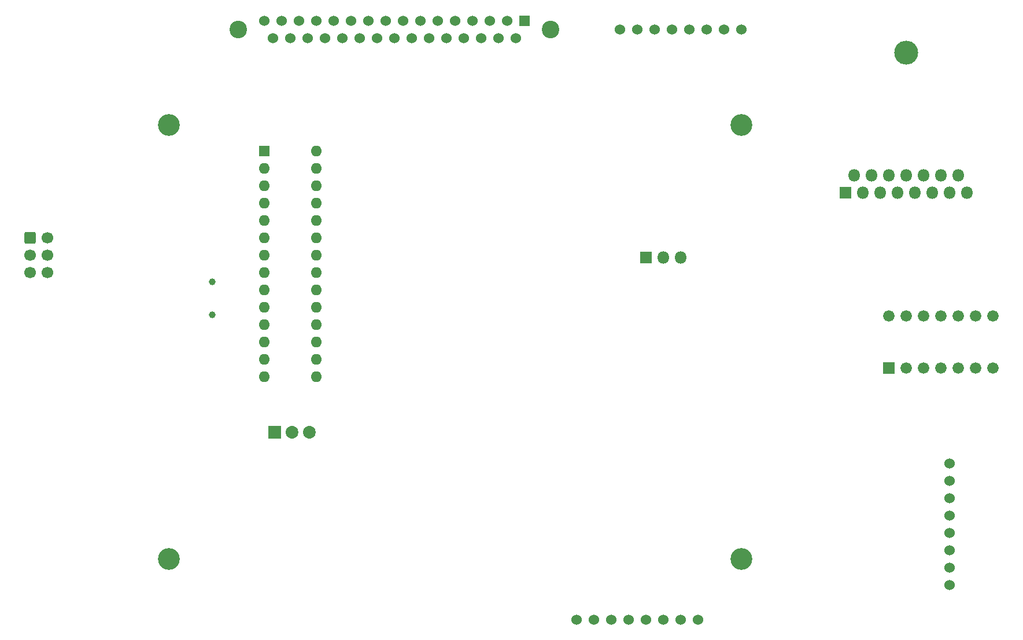
<source format=gbr>
%TF.GenerationSoftware,KiCad,Pcbnew,(6.0.7-1)-1*%
%TF.CreationDate,2022-10-11T17:33:31-05:00*%
%TF.ProjectId,PCB 2,50434220-322e-46b6-9963-61645f706362,rev?*%
%TF.SameCoordinates,Original*%
%TF.FileFunction,Soldermask,Bot*%
%TF.FilePolarity,Negative*%
%FSLAX46Y46*%
G04 Gerber Fmt 4.6, Leading zero omitted, Abs format (unit mm)*
G04 Created by KiCad (PCBNEW (6.0.7-1)-1) date 2022-10-11 17:33:31*
%MOMM*%
%LPD*%
G01*
G04 APERTURE LIST*
G04 Aperture macros list*
%AMRoundRect*
0 Rectangle with rounded corners*
0 $1 Rounding radius*
0 $2 $3 $4 $5 $6 $7 $8 $9 X,Y pos of 4 corners*
0 Add a 4 corners polygon primitive as box body*
4,1,4,$2,$3,$4,$5,$6,$7,$8,$9,$2,$3,0*
0 Add four circle primitives for the rounded corners*
1,1,$1+$1,$2,$3*
1,1,$1+$1,$4,$5*
1,1,$1+$1,$6,$7*
1,1,$1+$1,$8,$9*
0 Add four rect primitives between the rounded corners*
20,1,$1+$1,$2,$3,$4,$5,0*
20,1,$1+$1,$4,$5,$6,$7,0*
20,1,$1+$1,$6,$7,$8,$9,0*
20,1,$1+$1,$8,$9,$2,$3,0*%
G04 Aperture macros list end*
%ADD10C,1.007000*%
%ADD11C,1.860000*%
%ADD12R,1.860000X1.860000*%
%ADD13O,1.800000X1.800000*%
%ADD14R,1.800000X1.800000*%
%ADD15O,3.500000X3.500000*%
%ADD16C,1.676400*%
%ADD17R,1.676400X1.676400*%
%ADD18O,1.600000X1.600000*%
%ADD19R,1.600000X1.600000*%
%ADD20C,1.700000*%
%ADD21RoundRect,0.250000X-0.600000X-0.600000X0.600000X-0.600000X0.600000X0.600000X-0.600000X0.600000X0*%
%ADD22C,1.530000*%
%ADD23R,1.530000X1.530000*%
%ADD24C,2.570000*%
%ADD25C,3.200000*%
G04 APERTURE END LIST*
D10*
%TO.C,Y1*%
X69850000Y-62330000D03*
X69850000Y-67210000D03*
%TD*%
D11*
%TO.C,V1*%
X84072500Y-84368000D03*
X81532500Y-84368000D03*
D12*
X78992500Y-84368000D03*
%TD*%
D13*
%TO.C,U5*%
X180335000Y-49320000D03*
X179065000Y-46780000D03*
X177795000Y-49320000D03*
X176525000Y-46780000D03*
X175255000Y-49320000D03*
X173985000Y-46780000D03*
X172715000Y-49320000D03*
X171445000Y-46780000D03*
X170175000Y-49320000D03*
X168905000Y-46780000D03*
X167635000Y-49320000D03*
X166365000Y-46780000D03*
X165095000Y-49320000D03*
X163825000Y-46780000D03*
D14*
X162555000Y-49320000D03*
D15*
X171445000Y-28780000D03*
%TD*%
D16*
%TO.C,U4*%
X168910000Y-67310000D03*
X171450000Y-67310000D03*
X173990000Y-67310000D03*
X176530000Y-67310000D03*
X179070000Y-67310000D03*
X181610000Y-67310000D03*
X184150000Y-67310000D03*
X184150000Y-74930000D03*
X181610000Y-74930000D03*
X179070000Y-74930000D03*
X176530000Y-74930000D03*
X173990000Y-74930000D03*
X171450000Y-74930000D03*
D17*
X168910000Y-74930000D03*
%TD*%
D18*
%TO.C,U1*%
X85090000Y-43180000D03*
X85090000Y-45720000D03*
X85090000Y-48260000D03*
X85090000Y-50800000D03*
X85090000Y-53340000D03*
X85090000Y-55880000D03*
X85090000Y-58420000D03*
X85090000Y-60960000D03*
X85090000Y-63500000D03*
X85090000Y-66040000D03*
X85090000Y-68580000D03*
X85090000Y-71120000D03*
X85090000Y-73660000D03*
X85090000Y-76200000D03*
X77470000Y-76200000D03*
X77470000Y-73660000D03*
X77470000Y-71120000D03*
X77470000Y-68580000D03*
X77470000Y-66040000D03*
X77470000Y-63500000D03*
X77470000Y-60960000D03*
X77470000Y-58420000D03*
X77470000Y-55880000D03*
X77470000Y-53340000D03*
X77470000Y-50800000D03*
X77470000Y-48260000D03*
X77470000Y-45720000D03*
D19*
X77470000Y-43180000D03*
%TD*%
D13*
%TO.C,Q1*%
X138430000Y-58795000D03*
X135890000Y-58795000D03*
D14*
X133350000Y-58795000D03*
%TD*%
D20*
%TO.C,J4*%
X45720000Y-60960000D03*
X43180000Y-60960000D03*
X45720000Y-58420000D03*
X43180000Y-58420000D03*
X45720000Y-55880000D03*
D21*
X43180000Y-55880000D03*
%TD*%
D22*
%TO.C,J3*%
X140970000Y-111760000D03*
X138430000Y-111760000D03*
X135890000Y-111760000D03*
X133350000Y-111760000D03*
X130810000Y-111760000D03*
X128270000Y-111760000D03*
X125730000Y-111760000D03*
X123190000Y-111760000D03*
%TD*%
%TO.C,J2*%
X177800000Y-88900000D03*
X177800000Y-91440000D03*
X177800000Y-93980000D03*
X177800000Y-96520000D03*
X177800000Y-99060000D03*
X177800000Y-101600000D03*
X177800000Y-104140000D03*
X177800000Y-106680000D03*
%TD*%
%TO.C,J1*%
X147320000Y-25400000D03*
X144780000Y-25400000D03*
X142240000Y-25400000D03*
X139700000Y-25400000D03*
X137160000Y-25400000D03*
X134620000Y-25400000D03*
X132080000Y-25400000D03*
X129540000Y-25400000D03*
%TD*%
%TO.C,J0*%
X78740000Y-26670000D03*
X81280000Y-26670000D03*
X83820000Y-26670000D03*
X86360000Y-26670000D03*
X88900000Y-26670000D03*
X91440000Y-26670000D03*
X93980000Y-26670000D03*
X96520000Y-26670000D03*
X99060000Y-26670000D03*
X101600000Y-26670000D03*
X104140000Y-26670000D03*
X106680000Y-26670000D03*
X109220000Y-26670000D03*
X111760000Y-26670000D03*
X114300000Y-26670000D03*
X77470000Y-24130000D03*
X82550000Y-24130000D03*
X85090000Y-24130000D03*
X95250000Y-24130000D03*
X100330000Y-24130000D03*
X105410000Y-24130000D03*
X80010000Y-24130000D03*
D23*
X115570000Y-24130000D03*
D22*
X87630000Y-24130000D03*
X90170000Y-24130000D03*
X92710000Y-24130000D03*
X97790000Y-24130000D03*
X102870000Y-24130000D03*
X107950000Y-24130000D03*
X110490000Y-24130000D03*
X113030000Y-24130000D03*
D24*
X119380000Y-25400000D03*
X73660000Y-25400000D03*
%TD*%
D25*
%TO.C,H3*%
X147320000Y-39370000D03*
%TD*%
%TO.C,H2*%
X63500000Y-102870000D03*
%TD*%
%TO.C,H1*%
X147320000Y-102870000D03*
%TD*%
%TO.C,H0*%
X63500000Y-39370000D03*
%TD*%
M02*

</source>
